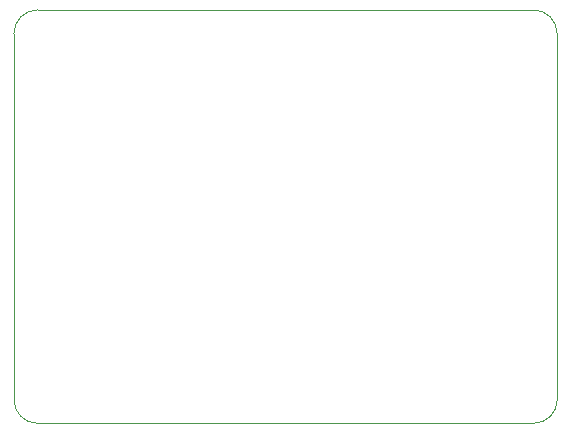
<source format=gm1>
G04 #@! TF.GenerationSoftware,KiCad,Pcbnew,(6.0.0)*
G04 #@! TF.CreationDate,2022-01-15T23:36:52+01:00*
G04 #@! TF.ProjectId,apa102nano,61706131-3032-46e6-916e-6f2e6b696361,rev?*
G04 #@! TF.SameCoordinates,Original*
G04 #@! TF.FileFunction,Profile,NP*
%FSLAX46Y46*%
G04 Gerber Fmt 4.6, Leading zero omitted, Abs format (unit mm)*
G04 Created by KiCad (PCBNEW (6.0.0)) date 2022-01-15 23:36:52*
%MOMM*%
%LPD*%
G01*
G04 APERTURE LIST*
G04 #@! TA.AperFunction,Profile*
%ADD10C,0.050000*%
G04 #@! TD*
G04 APERTURE END LIST*
D10*
X103000000Y-46000000D02*
X61000000Y-46000000D01*
X105000000Y-48000000D02*
G75*
G03*
X103000000Y-46000000I-2000000J0D01*
G01*
X103000000Y-81000000D02*
G75*
G03*
X105000000Y-79000000I0J2000000D01*
G01*
X59000000Y-79000000D02*
G75*
G03*
X61000000Y-81000000I2000000J0D01*
G01*
X61000000Y-46000000D02*
G75*
G03*
X59000000Y-48000000I0J-2000000D01*
G01*
X105000000Y-79000000D02*
X105000000Y-48000000D01*
X61000000Y-81000000D02*
X103000000Y-81000000D01*
X59000000Y-48000000D02*
X59000000Y-79000000D01*
M02*

</source>
